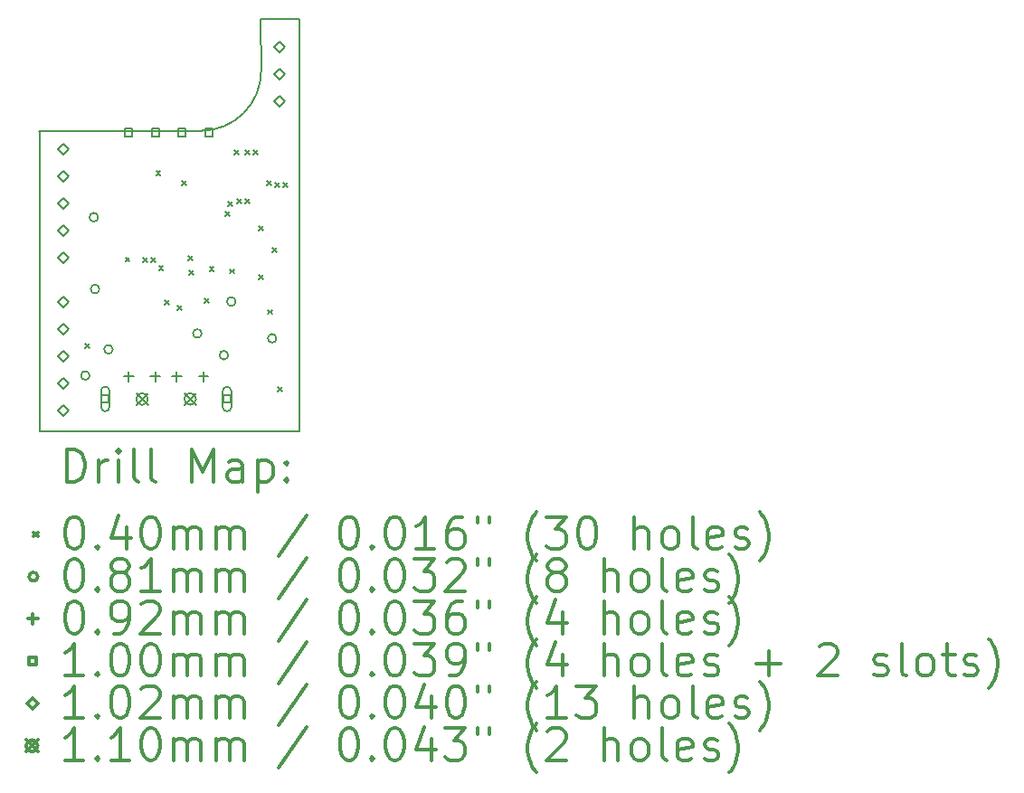
<source format=gbr>
%FSLAX45Y45*%
G04 Gerber Fmt 4.5, Leading zero omitted, Abs format (unit mm)*
G04 Created by KiCad (PCBNEW 4.0.7) date Friday, 11 May 2018 'PMt' 16:59:52*
%MOMM*%
%LPD*%
G01*
G04 APERTURE LIST*
%ADD10C,0.127000*%
%ADD11C,0.150000*%
%ADD12C,0.200000*%
%ADD13C,0.300000*%
G04 APERTURE END LIST*
D10*
D11*
X6123940Y-3761740D02*
G75*
G03X6682740Y-3202940I0J558800D01*
G01*
X4609000Y-6574000D02*
X4609000Y-3769000D01*
X7039000Y-6574000D02*
X4609000Y-6574000D01*
X7039000Y-2719000D02*
X7039000Y-6574000D01*
X6679000Y-2719000D02*
X7039000Y-2719000D01*
X6682740Y-3202940D02*
X6679000Y-2719000D01*
X4599940Y-3761740D02*
X6123940Y-3761740D01*
D12*
X5039000Y-5759000D02*
X5079000Y-5799000D01*
X5079000Y-5759000D02*
X5039000Y-5799000D01*
X5414000Y-4949000D02*
X5454000Y-4989000D01*
X5454000Y-4949000D02*
X5414000Y-4989000D01*
X5579000Y-4950754D02*
X5619000Y-4990754D01*
X5619000Y-4950754D02*
X5579000Y-4990754D01*
X5654000Y-4950754D02*
X5694000Y-4990754D01*
X5694000Y-4950754D02*
X5654000Y-4990754D01*
X5700315Y-4136914D02*
X5740315Y-4176914D01*
X5740315Y-4136914D02*
X5700315Y-4176914D01*
X5725550Y-5028067D02*
X5765550Y-5068067D01*
X5765550Y-5028067D02*
X5725550Y-5068067D01*
X5779428Y-5348107D02*
X5819428Y-5388107D01*
X5819428Y-5348107D02*
X5779428Y-5388107D01*
X5898933Y-5403933D02*
X5938933Y-5443933D01*
X5938933Y-5403933D02*
X5898933Y-5443933D01*
X5944861Y-4230394D02*
X5984861Y-4270394D01*
X5984861Y-4230394D02*
X5944861Y-4270394D01*
X5999000Y-4934000D02*
X6039000Y-4974000D01*
X6039000Y-4934000D02*
X5999000Y-4974000D01*
X6009868Y-5069481D02*
X6049868Y-5109481D01*
X6049868Y-5069481D02*
X6009868Y-5109481D01*
X6151000Y-5335000D02*
X6191000Y-5375000D01*
X6191000Y-5335000D02*
X6151000Y-5375000D01*
X6199267Y-5035000D02*
X6239267Y-5075000D01*
X6239267Y-5035000D02*
X6199267Y-5075000D01*
X6348867Y-4520067D02*
X6388867Y-4560067D01*
X6388867Y-4520067D02*
X6348867Y-4560067D01*
X6374200Y-4425000D02*
X6414200Y-4465000D01*
X6414200Y-4425000D02*
X6374200Y-4465000D01*
X6389000Y-5057700D02*
X6429000Y-5097700D01*
X6429000Y-5057700D02*
X6389000Y-5097700D01*
X6434140Y-3944940D02*
X6474140Y-3984940D01*
X6474140Y-3944940D02*
X6434140Y-3984940D01*
X6457000Y-4402140D02*
X6497000Y-4442140D01*
X6497000Y-4402140D02*
X6457000Y-4442140D01*
X6533200Y-3944940D02*
X6573200Y-3984940D01*
X6573200Y-3944940D02*
X6533200Y-3984940D01*
X6535740Y-4402140D02*
X6575740Y-4442140D01*
X6575740Y-4402140D02*
X6535740Y-4442140D01*
X6609400Y-3944940D02*
X6649400Y-3984940D01*
X6649400Y-3944940D02*
X6609400Y-3984940D01*
X6659000Y-5114000D02*
X6699000Y-5154000D01*
X6699000Y-5114000D02*
X6659000Y-5154000D01*
X6662740Y-4656140D02*
X6702740Y-4696140D01*
X6702740Y-4656140D02*
X6662740Y-4696140D01*
X6736400Y-4235200D02*
X6776400Y-4275200D01*
X6776400Y-4235200D02*
X6736400Y-4275200D01*
X6745000Y-5440000D02*
X6785000Y-5480000D01*
X6785000Y-5440000D02*
X6745000Y-5480000D01*
X6789740Y-4859340D02*
X6829740Y-4899340D01*
X6829740Y-4859340D02*
X6789740Y-4899340D01*
X6815140Y-4249740D02*
X6855140Y-4289740D01*
X6855140Y-4249740D02*
X6815140Y-4289740D01*
X6815140Y-4249740D02*
X6855140Y-4289740D01*
X6855140Y-4249740D02*
X6815140Y-4289740D01*
X6839000Y-6164000D02*
X6879000Y-6204000D01*
X6879000Y-6164000D02*
X6839000Y-6204000D01*
X6891340Y-4249740D02*
X6931340Y-4289740D01*
X6931340Y-4249740D02*
X6891340Y-4289740D01*
X5077840Y-6053806D02*
G75*
G03X5077840Y-6053806I-40640J0D01*
G01*
X5157545Y-4572049D02*
G75*
G03X5157545Y-4572049I-40640J0D01*
G01*
X5169209Y-5244569D02*
G75*
G03X5169209Y-5244569I-40640J0D01*
G01*
X5294640Y-5809000D02*
G75*
G03X5294640Y-5809000I-40640J0D01*
G01*
X6126323Y-5660543D02*
G75*
G03X6126323Y-5660543I-40640J0D01*
G01*
X6375157Y-5863418D02*
G75*
G03X6375157Y-5863418I-40640J0D01*
G01*
X6443980Y-5361940D02*
G75*
G03X6443980Y-5361940I-40640J0D01*
G01*
X6826555Y-5705915D02*
G75*
G03X6826555Y-5705915I-40640J0D01*
G01*
X5444000Y-6018000D02*
X5444000Y-6110000D01*
X5398000Y-6064000D02*
X5490000Y-6064000D01*
X5694000Y-6018000D02*
X5694000Y-6110000D01*
X5648000Y-6064000D02*
X5740000Y-6064000D01*
X5894000Y-6018000D02*
X5894000Y-6110000D01*
X5848000Y-6064000D02*
X5940000Y-6064000D01*
X6144000Y-6018000D02*
X6144000Y-6110000D01*
X6098000Y-6064000D02*
X6190000Y-6064000D01*
X5259356Y-6309356D02*
X5259356Y-6238644D01*
X5188644Y-6238644D01*
X5188644Y-6309356D01*
X5259356Y-6309356D01*
X5184000Y-6199000D02*
X5184000Y-6349000D01*
X5264000Y-6199000D02*
X5264000Y-6349000D01*
X5184000Y-6349000D02*
G75*
G03X5264000Y-6349000I40000J0D01*
G01*
X5264000Y-6199000D02*
G75*
G03X5184000Y-6199000I-40000J0D01*
G01*
X5478356Y-3814356D02*
X5478356Y-3743644D01*
X5407644Y-3743644D01*
X5407644Y-3814356D01*
X5478356Y-3814356D01*
X5728356Y-3814356D02*
X5728356Y-3743644D01*
X5657644Y-3743644D01*
X5657644Y-3814356D01*
X5728356Y-3814356D01*
X5978356Y-3814356D02*
X5978356Y-3743644D01*
X5907644Y-3743644D01*
X5907644Y-3814356D01*
X5978356Y-3814356D01*
X6228356Y-3814356D02*
X6228356Y-3743644D01*
X6157644Y-3743644D01*
X6157644Y-3814356D01*
X6228356Y-3814356D01*
X6399356Y-6309356D02*
X6399356Y-6238644D01*
X6328644Y-6238644D01*
X6328644Y-6309356D01*
X6399356Y-6309356D01*
X6324000Y-6199000D02*
X6324000Y-6349000D01*
X6404000Y-6199000D02*
X6404000Y-6349000D01*
X6324000Y-6349000D02*
G75*
G03X6404000Y-6349000I40000J0D01*
G01*
X6404000Y-6199000D02*
G75*
G03X6324000Y-6199000I-40000J0D01*
G01*
X4834000Y-3984800D02*
X4884800Y-3934000D01*
X4834000Y-3883200D01*
X4783200Y-3934000D01*
X4834000Y-3984800D01*
X4834000Y-4238800D02*
X4884800Y-4188000D01*
X4834000Y-4137200D01*
X4783200Y-4188000D01*
X4834000Y-4238800D01*
X4834000Y-4492800D02*
X4884800Y-4442000D01*
X4834000Y-4391200D01*
X4783200Y-4442000D01*
X4834000Y-4492800D01*
X4834000Y-4746800D02*
X4884800Y-4696000D01*
X4834000Y-4645200D01*
X4783200Y-4696000D01*
X4834000Y-4746800D01*
X4834000Y-5000800D02*
X4884800Y-4950000D01*
X4834000Y-4899200D01*
X4783200Y-4950000D01*
X4834000Y-5000800D01*
X4834000Y-5413800D02*
X4884800Y-5363000D01*
X4834000Y-5312200D01*
X4783200Y-5363000D01*
X4834000Y-5413800D01*
X4834000Y-5667800D02*
X4884800Y-5617000D01*
X4834000Y-5566200D01*
X4783200Y-5617000D01*
X4834000Y-5667800D01*
X4834000Y-5921800D02*
X4884800Y-5871000D01*
X4834000Y-5820200D01*
X4783200Y-5871000D01*
X4834000Y-5921800D01*
X4834000Y-6175800D02*
X4884800Y-6125000D01*
X4834000Y-6074200D01*
X4783200Y-6125000D01*
X4834000Y-6175800D01*
X4834000Y-6429800D02*
X4884800Y-6379000D01*
X4834000Y-6328200D01*
X4783200Y-6379000D01*
X4834000Y-6429800D01*
X6855000Y-3032800D02*
X6905800Y-2982000D01*
X6855000Y-2931200D01*
X6804200Y-2982000D01*
X6855000Y-3032800D01*
X6855000Y-3286800D02*
X6905800Y-3236000D01*
X6855000Y-3185200D01*
X6804200Y-3236000D01*
X6855000Y-3286800D01*
X6855000Y-3540800D02*
X6905800Y-3490000D01*
X6855000Y-3439200D01*
X6804200Y-3490000D01*
X6855000Y-3540800D01*
X5514000Y-6219000D02*
X5624000Y-6329000D01*
X5624000Y-6219000D02*
X5514000Y-6329000D01*
X5624000Y-6274000D02*
G75*
G03X5624000Y-6274000I-55000J0D01*
G01*
X5964000Y-6219000D02*
X6074000Y-6329000D01*
X6074000Y-6219000D02*
X5964000Y-6329000D01*
X6074000Y-6274000D02*
G75*
G03X6074000Y-6274000I-55000J0D01*
G01*
D13*
X4863869Y-7047214D02*
X4863869Y-6747214D01*
X4935297Y-6747214D01*
X4978154Y-6761500D01*
X5006726Y-6790071D01*
X5021011Y-6818643D01*
X5035297Y-6875786D01*
X5035297Y-6918643D01*
X5021011Y-6975786D01*
X5006726Y-7004357D01*
X4978154Y-7032929D01*
X4935297Y-7047214D01*
X4863869Y-7047214D01*
X5163869Y-7047214D02*
X5163869Y-6847214D01*
X5163869Y-6904357D02*
X5178154Y-6875786D01*
X5192440Y-6861500D01*
X5221011Y-6847214D01*
X5249583Y-6847214D01*
X5349583Y-7047214D02*
X5349583Y-6847214D01*
X5349583Y-6747214D02*
X5335297Y-6761500D01*
X5349583Y-6775786D01*
X5363869Y-6761500D01*
X5349583Y-6747214D01*
X5349583Y-6775786D01*
X5535297Y-7047214D02*
X5506726Y-7032929D01*
X5492440Y-7004357D01*
X5492440Y-6747214D01*
X5692440Y-7047214D02*
X5663868Y-7032929D01*
X5649583Y-7004357D01*
X5649583Y-6747214D01*
X6035297Y-7047214D02*
X6035297Y-6747214D01*
X6135297Y-6961500D01*
X6235297Y-6747214D01*
X6235297Y-7047214D01*
X6506726Y-7047214D02*
X6506726Y-6890071D01*
X6492440Y-6861500D01*
X6463868Y-6847214D01*
X6406726Y-6847214D01*
X6378154Y-6861500D01*
X6506726Y-7032929D02*
X6478154Y-7047214D01*
X6406726Y-7047214D01*
X6378154Y-7032929D01*
X6363868Y-7004357D01*
X6363868Y-6975786D01*
X6378154Y-6947214D01*
X6406726Y-6932929D01*
X6478154Y-6932929D01*
X6506726Y-6918643D01*
X6649583Y-6847214D02*
X6649583Y-7147214D01*
X6649583Y-6861500D02*
X6678154Y-6847214D01*
X6735297Y-6847214D01*
X6763868Y-6861500D01*
X6778154Y-6875786D01*
X6792440Y-6904357D01*
X6792440Y-6990071D01*
X6778154Y-7018643D01*
X6763868Y-7032929D01*
X6735297Y-7047214D01*
X6678154Y-7047214D01*
X6649583Y-7032929D01*
X6921011Y-7018643D02*
X6935297Y-7032929D01*
X6921011Y-7047214D01*
X6906726Y-7032929D01*
X6921011Y-7018643D01*
X6921011Y-7047214D01*
X6921011Y-6861500D02*
X6935297Y-6875786D01*
X6921011Y-6890071D01*
X6906726Y-6875786D01*
X6921011Y-6861500D01*
X6921011Y-6890071D01*
X4552440Y-7521500D02*
X4592440Y-7561500D01*
X4592440Y-7521500D02*
X4552440Y-7561500D01*
X4921011Y-7377214D02*
X4949583Y-7377214D01*
X4978154Y-7391500D01*
X4992440Y-7405786D01*
X5006726Y-7434357D01*
X5021011Y-7491500D01*
X5021011Y-7562929D01*
X5006726Y-7620071D01*
X4992440Y-7648643D01*
X4978154Y-7662929D01*
X4949583Y-7677214D01*
X4921011Y-7677214D01*
X4892440Y-7662929D01*
X4878154Y-7648643D01*
X4863869Y-7620071D01*
X4849583Y-7562929D01*
X4849583Y-7491500D01*
X4863869Y-7434357D01*
X4878154Y-7405786D01*
X4892440Y-7391500D01*
X4921011Y-7377214D01*
X5149583Y-7648643D02*
X5163869Y-7662929D01*
X5149583Y-7677214D01*
X5135297Y-7662929D01*
X5149583Y-7648643D01*
X5149583Y-7677214D01*
X5421011Y-7477214D02*
X5421011Y-7677214D01*
X5349583Y-7362929D02*
X5278154Y-7577214D01*
X5463868Y-7577214D01*
X5635297Y-7377214D02*
X5663868Y-7377214D01*
X5692440Y-7391500D01*
X5706726Y-7405786D01*
X5721011Y-7434357D01*
X5735297Y-7491500D01*
X5735297Y-7562929D01*
X5721011Y-7620071D01*
X5706726Y-7648643D01*
X5692440Y-7662929D01*
X5663868Y-7677214D01*
X5635297Y-7677214D01*
X5606726Y-7662929D01*
X5592440Y-7648643D01*
X5578154Y-7620071D01*
X5563869Y-7562929D01*
X5563869Y-7491500D01*
X5578154Y-7434357D01*
X5592440Y-7405786D01*
X5606726Y-7391500D01*
X5635297Y-7377214D01*
X5863868Y-7677214D02*
X5863868Y-7477214D01*
X5863868Y-7505786D02*
X5878154Y-7491500D01*
X5906726Y-7477214D01*
X5949583Y-7477214D01*
X5978154Y-7491500D01*
X5992440Y-7520071D01*
X5992440Y-7677214D01*
X5992440Y-7520071D02*
X6006726Y-7491500D01*
X6035297Y-7477214D01*
X6078154Y-7477214D01*
X6106726Y-7491500D01*
X6121011Y-7520071D01*
X6121011Y-7677214D01*
X6263868Y-7677214D02*
X6263868Y-7477214D01*
X6263868Y-7505786D02*
X6278154Y-7491500D01*
X6306726Y-7477214D01*
X6349583Y-7477214D01*
X6378154Y-7491500D01*
X6392440Y-7520071D01*
X6392440Y-7677214D01*
X6392440Y-7520071D02*
X6406726Y-7491500D01*
X6435297Y-7477214D01*
X6478154Y-7477214D01*
X6506726Y-7491500D01*
X6521011Y-7520071D01*
X6521011Y-7677214D01*
X7106726Y-7362929D02*
X6849583Y-7748643D01*
X7492440Y-7377214D02*
X7521011Y-7377214D01*
X7549583Y-7391500D01*
X7563868Y-7405786D01*
X7578154Y-7434357D01*
X7592440Y-7491500D01*
X7592440Y-7562929D01*
X7578154Y-7620071D01*
X7563868Y-7648643D01*
X7549583Y-7662929D01*
X7521011Y-7677214D01*
X7492440Y-7677214D01*
X7463868Y-7662929D01*
X7449583Y-7648643D01*
X7435297Y-7620071D01*
X7421011Y-7562929D01*
X7421011Y-7491500D01*
X7435297Y-7434357D01*
X7449583Y-7405786D01*
X7463868Y-7391500D01*
X7492440Y-7377214D01*
X7721011Y-7648643D02*
X7735297Y-7662929D01*
X7721011Y-7677214D01*
X7706726Y-7662929D01*
X7721011Y-7648643D01*
X7721011Y-7677214D01*
X7921011Y-7377214D02*
X7949583Y-7377214D01*
X7978154Y-7391500D01*
X7992440Y-7405786D01*
X8006725Y-7434357D01*
X8021011Y-7491500D01*
X8021011Y-7562929D01*
X8006725Y-7620071D01*
X7992440Y-7648643D01*
X7978154Y-7662929D01*
X7949583Y-7677214D01*
X7921011Y-7677214D01*
X7892440Y-7662929D01*
X7878154Y-7648643D01*
X7863868Y-7620071D01*
X7849583Y-7562929D01*
X7849583Y-7491500D01*
X7863868Y-7434357D01*
X7878154Y-7405786D01*
X7892440Y-7391500D01*
X7921011Y-7377214D01*
X8306725Y-7677214D02*
X8135297Y-7677214D01*
X8221011Y-7677214D02*
X8221011Y-7377214D01*
X8192440Y-7420071D01*
X8163868Y-7448643D01*
X8135297Y-7462929D01*
X8563868Y-7377214D02*
X8506726Y-7377214D01*
X8478154Y-7391500D01*
X8463868Y-7405786D01*
X8435297Y-7448643D01*
X8421011Y-7505786D01*
X8421011Y-7620071D01*
X8435297Y-7648643D01*
X8449583Y-7662929D01*
X8478154Y-7677214D01*
X8535297Y-7677214D01*
X8563868Y-7662929D01*
X8578154Y-7648643D01*
X8592440Y-7620071D01*
X8592440Y-7548643D01*
X8578154Y-7520071D01*
X8563868Y-7505786D01*
X8535297Y-7491500D01*
X8478154Y-7491500D01*
X8449583Y-7505786D01*
X8435297Y-7520071D01*
X8421011Y-7548643D01*
X8706726Y-7377214D02*
X8706726Y-7434357D01*
X8821011Y-7377214D02*
X8821011Y-7434357D01*
X9263868Y-7791500D02*
X9249583Y-7777214D01*
X9221011Y-7734357D01*
X9206726Y-7705786D01*
X9192440Y-7662929D01*
X9178154Y-7591500D01*
X9178154Y-7534357D01*
X9192440Y-7462929D01*
X9206726Y-7420071D01*
X9221011Y-7391500D01*
X9249583Y-7348643D01*
X9263868Y-7334357D01*
X9349583Y-7377214D02*
X9535297Y-7377214D01*
X9435297Y-7491500D01*
X9478154Y-7491500D01*
X9506726Y-7505786D01*
X9521011Y-7520071D01*
X9535297Y-7548643D01*
X9535297Y-7620071D01*
X9521011Y-7648643D01*
X9506726Y-7662929D01*
X9478154Y-7677214D01*
X9392440Y-7677214D01*
X9363868Y-7662929D01*
X9349583Y-7648643D01*
X9721011Y-7377214D02*
X9749583Y-7377214D01*
X9778154Y-7391500D01*
X9792440Y-7405786D01*
X9806726Y-7434357D01*
X9821011Y-7491500D01*
X9821011Y-7562929D01*
X9806726Y-7620071D01*
X9792440Y-7648643D01*
X9778154Y-7662929D01*
X9749583Y-7677214D01*
X9721011Y-7677214D01*
X9692440Y-7662929D01*
X9678154Y-7648643D01*
X9663868Y-7620071D01*
X9649583Y-7562929D01*
X9649583Y-7491500D01*
X9663868Y-7434357D01*
X9678154Y-7405786D01*
X9692440Y-7391500D01*
X9721011Y-7377214D01*
X10178154Y-7677214D02*
X10178154Y-7377214D01*
X10306726Y-7677214D02*
X10306726Y-7520071D01*
X10292440Y-7491500D01*
X10263868Y-7477214D01*
X10221011Y-7477214D01*
X10192440Y-7491500D01*
X10178154Y-7505786D01*
X10492440Y-7677214D02*
X10463868Y-7662929D01*
X10449583Y-7648643D01*
X10435297Y-7620071D01*
X10435297Y-7534357D01*
X10449583Y-7505786D01*
X10463868Y-7491500D01*
X10492440Y-7477214D01*
X10535297Y-7477214D01*
X10563868Y-7491500D01*
X10578154Y-7505786D01*
X10592440Y-7534357D01*
X10592440Y-7620071D01*
X10578154Y-7648643D01*
X10563868Y-7662929D01*
X10535297Y-7677214D01*
X10492440Y-7677214D01*
X10763868Y-7677214D02*
X10735297Y-7662929D01*
X10721011Y-7634357D01*
X10721011Y-7377214D01*
X10992440Y-7662929D02*
X10963869Y-7677214D01*
X10906726Y-7677214D01*
X10878154Y-7662929D01*
X10863869Y-7634357D01*
X10863869Y-7520071D01*
X10878154Y-7491500D01*
X10906726Y-7477214D01*
X10963869Y-7477214D01*
X10992440Y-7491500D01*
X11006726Y-7520071D01*
X11006726Y-7548643D01*
X10863869Y-7577214D01*
X11121011Y-7662929D02*
X11149583Y-7677214D01*
X11206726Y-7677214D01*
X11235297Y-7662929D01*
X11249583Y-7634357D01*
X11249583Y-7620071D01*
X11235297Y-7591500D01*
X11206726Y-7577214D01*
X11163869Y-7577214D01*
X11135297Y-7562929D01*
X11121011Y-7534357D01*
X11121011Y-7520071D01*
X11135297Y-7491500D01*
X11163869Y-7477214D01*
X11206726Y-7477214D01*
X11235297Y-7491500D01*
X11349583Y-7791500D02*
X11363868Y-7777214D01*
X11392440Y-7734357D01*
X11406726Y-7705786D01*
X11421011Y-7662929D01*
X11435297Y-7591500D01*
X11435297Y-7534357D01*
X11421011Y-7462929D01*
X11406726Y-7420071D01*
X11392440Y-7391500D01*
X11363868Y-7348643D01*
X11349583Y-7334357D01*
X4592440Y-7937500D02*
G75*
G03X4592440Y-7937500I-40640J0D01*
G01*
X4921011Y-7773214D02*
X4949583Y-7773214D01*
X4978154Y-7787500D01*
X4992440Y-7801786D01*
X5006726Y-7830357D01*
X5021011Y-7887500D01*
X5021011Y-7958929D01*
X5006726Y-8016071D01*
X4992440Y-8044643D01*
X4978154Y-8058929D01*
X4949583Y-8073214D01*
X4921011Y-8073214D01*
X4892440Y-8058929D01*
X4878154Y-8044643D01*
X4863869Y-8016071D01*
X4849583Y-7958929D01*
X4849583Y-7887500D01*
X4863869Y-7830357D01*
X4878154Y-7801786D01*
X4892440Y-7787500D01*
X4921011Y-7773214D01*
X5149583Y-8044643D02*
X5163869Y-8058929D01*
X5149583Y-8073214D01*
X5135297Y-8058929D01*
X5149583Y-8044643D01*
X5149583Y-8073214D01*
X5335297Y-7901786D02*
X5306726Y-7887500D01*
X5292440Y-7873214D01*
X5278154Y-7844643D01*
X5278154Y-7830357D01*
X5292440Y-7801786D01*
X5306726Y-7787500D01*
X5335297Y-7773214D01*
X5392440Y-7773214D01*
X5421011Y-7787500D01*
X5435297Y-7801786D01*
X5449583Y-7830357D01*
X5449583Y-7844643D01*
X5435297Y-7873214D01*
X5421011Y-7887500D01*
X5392440Y-7901786D01*
X5335297Y-7901786D01*
X5306726Y-7916071D01*
X5292440Y-7930357D01*
X5278154Y-7958929D01*
X5278154Y-8016071D01*
X5292440Y-8044643D01*
X5306726Y-8058929D01*
X5335297Y-8073214D01*
X5392440Y-8073214D01*
X5421011Y-8058929D01*
X5435297Y-8044643D01*
X5449583Y-8016071D01*
X5449583Y-7958929D01*
X5435297Y-7930357D01*
X5421011Y-7916071D01*
X5392440Y-7901786D01*
X5735297Y-8073214D02*
X5563869Y-8073214D01*
X5649583Y-8073214D02*
X5649583Y-7773214D01*
X5621011Y-7816071D01*
X5592440Y-7844643D01*
X5563869Y-7858929D01*
X5863868Y-8073214D02*
X5863868Y-7873214D01*
X5863868Y-7901786D02*
X5878154Y-7887500D01*
X5906726Y-7873214D01*
X5949583Y-7873214D01*
X5978154Y-7887500D01*
X5992440Y-7916071D01*
X5992440Y-8073214D01*
X5992440Y-7916071D02*
X6006726Y-7887500D01*
X6035297Y-7873214D01*
X6078154Y-7873214D01*
X6106726Y-7887500D01*
X6121011Y-7916071D01*
X6121011Y-8073214D01*
X6263868Y-8073214D02*
X6263868Y-7873214D01*
X6263868Y-7901786D02*
X6278154Y-7887500D01*
X6306726Y-7873214D01*
X6349583Y-7873214D01*
X6378154Y-7887500D01*
X6392440Y-7916071D01*
X6392440Y-8073214D01*
X6392440Y-7916071D02*
X6406726Y-7887500D01*
X6435297Y-7873214D01*
X6478154Y-7873214D01*
X6506726Y-7887500D01*
X6521011Y-7916071D01*
X6521011Y-8073214D01*
X7106726Y-7758929D02*
X6849583Y-8144643D01*
X7492440Y-7773214D02*
X7521011Y-7773214D01*
X7549583Y-7787500D01*
X7563868Y-7801786D01*
X7578154Y-7830357D01*
X7592440Y-7887500D01*
X7592440Y-7958929D01*
X7578154Y-8016071D01*
X7563868Y-8044643D01*
X7549583Y-8058929D01*
X7521011Y-8073214D01*
X7492440Y-8073214D01*
X7463868Y-8058929D01*
X7449583Y-8044643D01*
X7435297Y-8016071D01*
X7421011Y-7958929D01*
X7421011Y-7887500D01*
X7435297Y-7830357D01*
X7449583Y-7801786D01*
X7463868Y-7787500D01*
X7492440Y-7773214D01*
X7721011Y-8044643D02*
X7735297Y-8058929D01*
X7721011Y-8073214D01*
X7706726Y-8058929D01*
X7721011Y-8044643D01*
X7721011Y-8073214D01*
X7921011Y-7773214D02*
X7949583Y-7773214D01*
X7978154Y-7787500D01*
X7992440Y-7801786D01*
X8006725Y-7830357D01*
X8021011Y-7887500D01*
X8021011Y-7958929D01*
X8006725Y-8016071D01*
X7992440Y-8044643D01*
X7978154Y-8058929D01*
X7949583Y-8073214D01*
X7921011Y-8073214D01*
X7892440Y-8058929D01*
X7878154Y-8044643D01*
X7863868Y-8016071D01*
X7849583Y-7958929D01*
X7849583Y-7887500D01*
X7863868Y-7830357D01*
X7878154Y-7801786D01*
X7892440Y-7787500D01*
X7921011Y-7773214D01*
X8121011Y-7773214D02*
X8306725Y-7773214D01*
X8206725Y-7887500D01*
X8249583Y-7887500D01*
X8278154Y-7901786D01*
X8292440Y-7916071D01*
X8306725Y-7944643D01*
X8306725Y-8016071D01*
X8292440Y-8044643D01*
X8278154Y-8058929D01*
X8249583Y-8073214D01*
X8163868Y-8073214D01*
X8135297Y-8058929D01*
X8121011Y-8044643D01*
X8421011Y-7801786D02*
X8435297Y-7787500D01*
X8463868Y-7773214D01*
X8535297Y-7773214D01*
X8563868Y-7787500D01*
X8578154Y-7801786D01*
X8592440Y-7830357D01*
X8592440Y-7858929D01*
X8578154Y-7901786D01*
X8406726Y-8073214D01*
X8592440Y-8073214D01*
X8706726Y-7773214D02*
X8706726Y-7830357D01*
X8821011Y-7773214D02*
X8821011Y-7830357D01*
X9263868Y-8187500D02*
X9249583Y-8173214D01*
X9221011Y-8130357D01*
X9206726Y-8101786D01*
X9192440Y-8058929D01*
X9178154Y-7987500D01*
X9178154Y-7930357D01*
X9192440Y-7858929D01*
X9206726Y-7816071D01*
X9221011Y-7787500D01*
X9249583Y-7744643D01*
X9263868Y-7730357D01*
X9421011Y-7901786D02*
X9392440Y-7887500D01*
X9378154Y-7873214D01*
X9363868Y-7844643D01*
X9363868Y-7830357D01*
X9378154Y-7801786D01*
X9392440Y-7787500D01*
X9421011Y-7773214D01*
X9478154Y-7773214D01*
X9506726Y-7787500D01*
X9521011Y-7801786D01*
X9535297Y-7830357D01*
X9535297Y-7844643D01*
X9521011Y-7873214D01*
X9506726Y-7887500D01*
X9478154Y-7901786D01*
X9421011Y-7901786D01*
X9392440Y-7916071D01*
X9378154Y-7930357D01*
X9363868Y-7958929D01*
X9363868Y-8016071D01*
X9378154Y-8044643D01*
X9392440Y-8058929D01*
X9421011Y-8073214D01*
X9478154Y-8073214D01*
X9506726Y-8058929D01*
X9521011Y-8044643D01*
X9535297Y-8016071D01*
X9535297Y-7958929D01*
X9521011Y-7930357D01*
X9506726Y-7916071D01*
X9478154Y-7901786D01*
X9892440Y-8073214D02*
X9892440Y-7773214D01*
X10021011Y-8073214D02*
X10021011Y-7916071D01*
X10006726Y-7887500D01*
X9978154Y-7873214D01*
X9935297Y-7873214D01*
X9906726Y-7887500D01*
X9892440Y-7901786D01*
X10206726Y-8073214D02*
X10178154Y-8058929D01*
X10163868Y-8044643D01*
X10149583Y-8016071D01*
X10149583Y-7930357D01*
X10163868Y-7901786D01*
X10178154Y-7887500D01*
X10206726Y-7873214D01*
X10249583Y-7873214D01*
X10278154Y-7887500D01*
X10292440Y-7901786D01*
X10306726Y-7930357D01*
X10306726Y-8016071D01*
X10292440Y-8044643D01*
X10278154Y-8058929D01*
X10249583Y-8073214D01*
X10206726Y-8073214D01*
X10478154Y-8073214D02*
X10449583Y-8058929D01*
X10435297Y-8030357D01*
X10435297Y-7773214D01*
X10706726Y-8058929D02*
X10678154Y-8073214D01*
X10621011Y-8073214D01*
X10592440Y-8058929D01*
X10578154Y-8030357D01*
X10578154Y-7916071D01*
X10592440Y-7887500D01*
X10621011Y-7873214D01*
X10678154Y-7873214D01*
X10706726Y-7887500D01*
X10721011Y-7916071D01*
X10721011Y-7944643D01*
X10578154Y-7973214D01*
X10835297Y-8058929D02*
X10863869Y-8073214D01*
X10921011Y-8073214D01*
X10949583Y-8058929D01*
X10963869Y-8030357D01*
X10963869Y-8016071D01*
X10949583Y-7987500D01*
X10921011Y-7973214D01*
X10878154Y-7973214D01*
X10849583Y-7958929D01*
X10835297Y-7930357D01*
X10835297Y-7916071D01*
X10849583Y-7887500D01*
X10878154Y-7873214D01*
X10921011Y-7873214D01*
X10949583Y-7887500D01*
X11063868Y-8187500D02*
X11078154Y-8173214D01*
X11106726Y-8130357D01*
X11121011Y-8101786D01*
X11135297Y-8058929D01*
X11149583Y-7987500D01*
X11149583Y-7930357D01*
X11135297Y-7858929D01*
X11121011Y-7816071D01*
X11106726Y-7787500D01*
X11078154Y-7744643D01*
X11063868Y-7730357D01*
X4546440Y-8287500D02*
X4546440Y-8379500D01*
X4500440Y-8333500D02*
X4592440Y-8333500D01*
X4921011Y-8169214D02*
X4949583Y-8169214D01*
X4978154Y-8183500D01*
X4992440Y-8197786D01*
X5006726Y-8226357D01*
X5021011Y-8283500D01*
X5021011Y-8354929D01*
X5006726Y-8412072D01*
X4992440Y-8440643D01*
X4978154Y-8454929D01*
X4949583Y-8469214D01*
X4921011Y-8469214D01*
X4892440Y-8454929D01*
X4878154Y-8440643D01*
X4863869Y-8412072D01*
X4849583Y-8354929D01*
X4849583Y-8283500D01*
X4863869Y-8226357D01*
X4878154Y-8197786D01*
X4892440Y-8183500D01*
X4921011Y-8169214D01*
X5149583Y-8440643D02*
X5163869Y-8454929D01*
X5149583Y-8469214D01*
X5135297Y-8454929D01*
X5149583Y-8440643D01*
X5149583Y-8469214D01*
X5306726Y-8469214D02*
X5363868Y-8469214D01*
X5392440Y-8454929D01*
X5406726Y-8440643D01*
X5435297Y-8397786D01*
X5449583Y-8340643D01*
X5449583Y-8226357D01*
X5435297Y-8197786D01*
X5421011Y-8183500D01*
X5392440Y-8169214D01*
X5335297Y-8169214D01*
X5306726Y-8183500D01*
X5292440Y-8197786D01*
X5278154Y-8226357D01*
X5278154Y-8297786D01*
X5292440Y-8326357D01*
X5306726Y-8340643D01*
X5335297Y-8354929D01*
X5392440Y-8354929D01*
X5421011Y-8340643D01*
X5435297Y-8326357D01*
X5449583Y-8297786D01*
X5563869Y-8197786D02*
X5578154Y-8183500D01*
X5606726Y-8169214D01*
X5678154Y-8169214D01*
X5706726Y-8183500D01*
X5721011Y-8197786D01*
X5735297Y-8226357D01*
X5735297Y-8254929D01*
X5721011Y-8297786D01*
X5549583Y-8469214D01*
X5735297Y-8469214D01*
X5863868Y-8469214D02*
X5863868Y-8269214D01*
X5863868Y-8297786D02*
X5878154Y-8283500D01*
X5906726Y-8269214D01*
X5949583Y-8269214D01*
X5978154Y-8283500D01*
X5992440Y-8312071D01*
X5992440Y-8469214D01*
X5992440Y-8312071D02*
X6006726Y-8283500D01*
X6035297Y-8269214D01*
X6078154Y-8269214D01*
X6106726Y-8283500D01*
X6121011Y-8312071D01*
X6121011Y-8469214D01*
X6263868Y-8469214D02*
X6263868Y-8269214D01*
X6263868Y-8297786D02*
X6278154Y-8283500D01*
X6306726Y-8269214D01*
X6349583Y-8269214D01*
X6378154Y-8283500D01*
X6392440Y-8312071D01*
X6392440Y-8469214D01*
X6392440Y-8312071D02*
X6406726Y-8283500D01*
X6435297Y-8269214D01*
X6478154Y-8269214D01*
X6506726Y-8283500D01*
X6521011Y-8312071D01*
X6521011Y-8469214D01*
X7106726Y-8154929D02*
X6849583Y-8540643D01*
X7492440Y-8169214D02*
X7521011Y-8169214D01*
X7549583Y-8183500D01*
X7563868Y-8197786D01*
X7578154Y-8226357D01*
X7592440Y-8283500D01*
X7592440Y-8354929D01*
X7578154Y-8412072D01*
X7563868Y-8440643D01*
X7549583Y-8454929D01*
X7521011Y-8469214D01*
X7492440Y-8469214D01*
X7463868Y-8454929D01*
X7449583Y-8440643D01*
X7435297Y-8412072D01*
X7421011Y-8354929D01*
X7421011Y-8283500D01*
X7435297Y-8226357D01*
X7449583Y-8197786D01*
X7463868Y-8183500D01*
X7492440Y-8169214D01*
X7721011Y-8440643D02*
X7735297Y-8454929D01*
X7721011Y-8469214D01*
X7706726Y-8454929D01*
X7721011Y-8440643D01*
X7721011Y-8469214D01*
X7921011Y-8169214D02*
X7949583Y-8169214D01*
X7978154Y-8183500D01*
X7992440Y-8197786D01*
X8006725Y-8226357D01*
X8021011Y-8283500D01*
X8021011Y-8354929D01*
X8006725Y-8412072D01*
X7992440Y-8440643D01*
X7978154Y-8454929D01*
X7949583Y-8469214D01*
X7921011Y-8469214D01*
X7892440Y-8454929D01*
X7878154Y-8440643D01*
X7863868Y-8412072D01*
X7849583Y-8354929D01*
X7849583Y-8283500D01*
X7863868Y-8226357D01*
X7878154Y-8197786D01*
X7892440Y-8183500D01*
X7921011Y-8169214D01*
X8121011Y-8169214D02*
X8306725Y-8169214D01*
X8206725Y-8283500D01*
X8249583Y-8283500D01*
X8278154Y-8297786D01*
X8292440Y-8312071D01*
X8306725Y-8340643D01*
X8306725Y-8412072D01*
X8292440Y-8440643D01*
X8278154Y-8454929D01*
X8249583Y-8469214D01*
X8163868Y-8469214D01*
X8135297Y-8454929D01*
X8121011Y-8440643D01*
X8563868Y-8169214D02*
X8506726Y-8169214D01*
X8478154Y-8183500D01*
X8463868Y-8197786D01*
X8435297Y-8240643D01*
X8421011Y-8297786D01*
X8421011Y-8412072D01*
X8435297Y-8440643D01*
X8449583Y-8454929D01*
X8478154Y-8469214D01*
X8535297Y-8469214D01*
X8563868Y-8454929D01*
X8578154Y-8440643D01*
X8592440Y-8412072D01*
X8592440Y-8340643D01*
X8578154Y-8312071D01*
X8563868Y-8297786D01*
X8535297Y-8283500D01*
X8478154Y-8283500D01*
X8449583Y-8297786D01*
X8435297Y-8312071D01*
X8421011Y-8340643D01*
X8706726Y-8169214D02*
X8706726Y-8226357D01*
X8821011Y-8169214D02*
X8821011Y-8226357D01*
X9263868Y-8583500D02*
X9249583Y-8569214D01*
X9221011Y-8526357D01*
X9206726Y-8497786D01*
X9192440Y-8454929D01*
X9178154Y-8383500D01*
X9178154Y-8326357D01*
X9192440Y-8254929D01*
X9206726Y-8212071D01*
X9221011Y-8183500D01*
X9249583Y-8140643D01*
X9263868Y-8126357D01*
X9506726Y-8269214D02*
X9506726Y-8469214D01*
X9435297Y-8154929D02*
X9363868Y-8369214D01*
X9549583Y-8369214D01*
X9892440Y-8469214D02*
X9892440Y-8169214D01*
X10021011Y-8469214D02*
X10021011Y-8312071D01*
X10006726Y-8283500D01*
X9978154Y-8269214D01*
X9935297Y-8269214D01*
X9906726Y-8283500D01*
X9892440Y-8297786D01*
X10206726Y-8469214D02*
X10178154Y-8454929D01*
X10163868Y-8440643D01*
X10149583Y-8412072D01*
X10149583Y-8326357D01*
X10163868Y-8297786D01*
X10178154Y-8283500D01*
X10206726Y-8269214D01*
X10249583Y-8269214D01*
X10278154Y-8283500D01*
X10292440Y-8297786D01*
X10306726Y-8326357D01*
X10306726Y-8412072D01*
X10292440Y-8440643D01*
X10278154Y-8454929D01*
X10249583Y-8469214D01*
X10206726Y-8469214D01*
X10478154Y-8469214D02*
X10449583Y-8454929D01*
X10435297Y-8426357D01*
X10435297Y-8169214D01*
X10706726Y-8454929D02*
X10678154Y-8469214D01*
X10621011Y-8469214D01*
X10592440Y-8454929D01*
X10578154Y-8426357D01*
X10578154Y-8312071D01*
X10592440Y-8283500D01*
X10621011Y-8269214D01*
X10678154Y-8269214D01*
X10706726Y-8283500D01*
X10721011Y-8312071D01*
X10721011Y-8340643D01*
X10578154Y-8369214D01*
X10835297Y-8454929D02*
X10863869Y-8469214D01*
X10921011Y-8469214D01*
X10949583Y-8454929D01*
X10963869Y-8426357D01*
X10963869Y-8412072D01*
X10949583Y-8383500D01*
X10921011Y-8369214D01*
X10878154Y-8369214D01*
X10849583Y-8354929D01*
X10835297Y-8326357D01*
X10835297Y-8312071D01*
X10849583Y-8283500D01*
X10878154Y-8269214D01*
X10921011Y-8269214D01*
X10949583Y-8283500D01*
X11063868Y-8583500D02*
X11078154Y-8569214D01*
X11106726Y-8526357D01*
X11121011Y-8497786D01*
X11135297Y-8454929D01*
X11149583Y-8383500D01*
X11149583Y-8326357D01*
X11135297Y-8254929D01*
X11121011Y-8212071D01*
X11106726Y-8183500D01*
X11078154Y-8140643D01*
X11063868Y-8126357D01*
X4577796Y-8764856D02*
X4577796Y-8694144D01*
X4507084Y-8694144D01*
X4507084Y-8764856D01*
X4577796Y-8764856D01*
X5021011Y-8865214D02*
X4849583Y-8865214D01*
X4935297Y-8865214D02*
X4935297Y-8565214D01*
X4906726Y-8608072D01*
X4878154Y-8636643D01*
X4849583Y-8650929D01*
X5149583Y-8836643D02*
X5163869Y-8850929D01*
X5149583Y-8865214D01*
X5135297Y-8850929D01*
X5149583Y-8836643D01*
X5149583Y-8865214D01*
X5349583Y-8565214D02*
X5378154Y-8565214D01*
X5406726Y-8579500D01*
X5421011Y-8593786D01*
X5435297Y-8622357D01*
X5449583Y-8679500D01*
X5449583Y-8750929D01*
X5435297Y-8808072D01*
X5421011Y-8836643D01*
X5406726Y-8850929D01*
X5378154Y-8865214D01*
X5349583Y-8865214D01*
X5321011Y-8850929D01*
X5306726Y-8836643D01*
X5292440Y-8808072D01*
X5278154Y-8750929D01*
X5278154Y-8679500D01*
X5292440Y-8622357D01*
X5306726Y-8593786D01*
X5321011Y-8579500D01*
X5349583Y-8565214D01*
X5635297Y-8565214D02*
X5663868Y-8565214D01*
X5692440Y-8579500D01*
X5706726Y-8593786D01*
X5721011Y-8622357D01*
X5735297Y-8679500D01*
X5735297Y-8750929D01*
X5721011Y-8808072D01*
X5706726Y-8836643D01*
X5692440Y-8850929D01*
X5663868Y-8865214D01*
X5635297Y-8865214D01*
X5606726Y-8850929D01*
X5592440Y-8836643D01*
X5578154Y-8808072D01*
X5563869Y-8750929D01*
X5563869Y-8679500D01*
X5578154Y-8622357D01*
X5592440Y-8593786D01*
X5606726Y-8579500D01*
X5635297Y-8565214D01*
X5863868Y-8865214D02*
X5863868Y-8665214D01*
X5863868Y-8693786D02*
X5878154Y-8679500D01*
X5906726Y-8665214D01*
X5949583Y-8665214D01*
X5978154Y-8679500D01*
X5992440Y-8708072D01*
X5992440Y-8865214D01*
X5992440Y-8708072D02*
X6006726Y-8679500D01*
X6035297Y-8665214D01*
X6078154Y-8665214D01*
X6106726Y-8679500D01*
X6121011Y-8708072D01*
X6121011Y-8865214D01*
X6263868Y-8865214D02*
X6263868Y-8665214D01*
X6263868Y-8693786D02*
X6278154Y-8679500D01*
X6306726Y-8665214D01*
X6349583Y-8665214D01*
X6378154Y-8679500D01*
X6392440Y-8708072D01*
X6392440Y-8865214D01*
X6392440Y-8708072D02*
X6406726Y-8679500D01*
X6435297Y-8665214D01*
X6478154Y-8665214D01*
X6506726Y-8679500D01*
X6521011Y-8708072D01*
X6521011Y-8865214D01*
X7106726Y-8550929D02*
X6849583Y-8936643D01*
X7492440Y-8565214D02*
X7521011Y-8565214D01*
X7549583Y-8579500D01*
X7563868Y-8593786D01*
X7578154Y-8622357D01*
X7592440Y-8679500D01*
X7592440Y-8750929D01*
X7578154Y-8808072D01*
X7563868Y-8836643D01*
X7549583Y-8850929D01*
X7521011Y-8865214D01*
X7492440Y-8865214D01*
X7463868Y-8850929D01*
X7449583Y-8836643D01*
X7435297Y-8808072D01*
X7421011Y-8750929D01*
X7421011Y-8679500D01*
X7435297Y-8622357D01*
X7449583Y-8593786D01*
X7463868Y-8579500D01*
X7492440Y-8565214D01*
X7721011Y-8836643D02*
X7735297Y-8850929D01*
X7721011Y-8865214D01*
X7706726Y-8850929D01*
X7721011Y-8836643D01*
X7721011Y-8865214D01*
X7921011Y-8565214D02*
X7949583Y-8565214D01*
X7978154Y-8579500D01*
X7992440Y-8593786D01*
X8006725Y-8622357D01*
X8021011Y-8679500D01*
X8021011Y-8750929D01*
X8006725Y-8808072D01*
X7992440Y-8836643D01*
X7978154Y-8850929D01*
X7949583Y-8865214D01*
X7921011Y-8865214D01*
X7892440Y-8850929D01*
X7878154Y-8836643D01*
X7863868Y-8808072D01*
X7849583Y-8750929D01*
X7849583Y-8679500D01*
X7863868Y-8622357D01*
X7878154Y-8593786D01*
X7892440Y-8579500D01*
X7921011Y-8565214D01*
X8121011Y-8565214D02*
X8306725Y-8565214D01*
X8206725Y-8679500D01*
X8249583Y-8679500D01*
X8278154Y-8693786D01*
X8292440Y-8708072D01*
X8306725Y-8736643D01*
X8306725Y-8808072D01*
X8292440Y-8836643D01*
X8278154Y-8850929D01*
X8249583Y-8865214D01*
X8163868Y-8865214D01*
X8135297Y-8850929D01*
X8121011Y-8836643D01*
X8449583Y-8865214D02*
X8506726Y-8865214D01*
X8535297Y-8850929D01*
X8549583Y-8836643D01*
X8578154Y-8793786D01*
X8592440Y-8736643D01*
X8592440Y-8622357D01*
X8578154Y-8593786D01*
X8563868Y-8579500D01*
X8535297Y-8565214D01*
X8478154Y-8565214D01*
X8449583Y-8579500D01*
X8435297Y-8593786D01*
X8421011Y-8622357D01*
X8421011Y-8693786D01*
X8435297Y-8722357D01*
X8449583Y-8736643D01*
X8478154Y-8750929D01*
X8535297Y-8750929D01*
X8563868Y-8736643D01*
X8578154Y-8722357D01*
X8592440Y-8693786D01*
X8706726Y-8565214D02*
X8706726Y-8622357D01*
X8821011Y-8565214D02*
X8821011Y-8622357D01*
X9263868Y-8979500D02*
X9249583Y-8965214D01*
X9221011Y-8922357D01*
X9206726Y-8893786D01*
X9192440Y-8850929D01*
X9178154Y-8779500D01*
X9178154Y-8722357D01*
X9192440Y-8650929D01*
X9206726Y-8608072D01*
X9221011Y-8579500D01*
X9249583Y-8536643D01*
X9263868Y-8522357D01*
X9506726Y-8665214D02*
X9506726Y-8865214D01*
X9435297Y-8550929D02*
X9363868Y-8765214D01*
X9549583Y-8765214D01*
X9892440Y-8865214D02*
X9892440Y-8565214D01*
X10021011Y-8865214D02*
X10021011Y-8708072D01*
X10006726Y-8679500D01*
X9978154Y-8665214D01*
X9935297Y-8665214D01*
X9906726Y-8679500D01*
X9892440Y-8693786D01*
X10206726Y-8865214D02*
X10178154Y-8850929D01*
X10163868Y-8836643D01*
X10149583Y-8808072D01*
X10149583Y-8722357D01*
X10163868Y-8693786D01*
X10178154Y-8679500D01*
X10206726Y-8665214D01*
X10249583Y-8665214D01*
X10278154Y-8679500D01*
X10292440Y-8693786D01*
X10306726Y-8722357D01*
X10306726Y-8808072D01*
X10292440Y-8836643D01*
X10278154Y-8850929D01*
X10249583Y-8865214D01*
X10206726Y-8865214D01*
X10478154Y-8865214D02*
X10449583Y-8850929D01*
X10435297Y-8822357D01*
X10435297Y-8565214D01*
X10706726Y-8850929D02*
X10678154Y-8865214D01*
X10621011Y-8865214D01*
X10592440Y-8850929D01*
X10578154Y-8822357D01*
X10578154Y-8708072D01*
X10592440Y-8679500D01*
X10621011Y-8665214D01*
X10678154Y-8665214D01*
X10706726Y-8679500D01*
X10721011Y-8708072D01*
X10721011Y-8736643D01*
X10578154Y-8765214D01*
X10835297Y-8850929D02*
X10863869Y-8865214D01*
X10921011Y-8865214D01*
X10949583Y-8850929D01*
X10963869Y-8822357D01*
X10963869Y-8808072D01*
X10949583Y-8779500D01*
X10921011Y-8765214D01*
X10878154Y-8765214D01*
X10849583Y-8750929D01*
X10835297Y-8722357D01*
X10835297Y-8708072D01*
X10849583Y-8679500D01*
X10878154Y-8665214D01*
X10921011Y-8665214D01*
X10949583Y-8679500D01*
X11321011Y-8750929D02*
X11549583Y-8750929D01*
X11435297Y-8865214D02*
X11435297Y-8636643D01*
X11906726Y-8593786D02*
X11921011Y-8579500D01*
X11949583Y-8565214D01*
X12021011Y-8565214D01*
X12049583Y-8579500D01*
X12063868Y-8593786D01*
X12078154Y-8622357D01*
X12078154Y-8650929D01*
X12063868Y-8693786D01*
X11892440Y-8865214D01*
X12078154Y-8865214D01*
X12421011Y-8850929D02*
X12449583Y-8865214D01*
X12506725Y-8865214D01*
X12535297Y-8850929D01*
X12549583Y-8822357D01*
X12549583Y-8808072D01*
X12535297Y-8779500D01*
X12506725Y-8765214D01*
X12463868Y-8765214D01*
X12435297Y-8750929D01*
X12421011Y-8722357D01*
X12421011Y-8708072D01*
X12435297Y-8679500D01*
X12463868Y-8665214D01*
X12506725Y-8665214D01*
X12535297Y-8679500D01*
X12721011Y-8865214D02*
X12692440Y-8850929D01*
X12678154Y-8822357D01*
X12678154Y-8565214D01*
X12878154Y-8865214D02*
X12849583Y-8850929D01*
X12835297Y-8836643D01*
X12821011Y-8808072D01*
X12821011Y-8722357D01*
X12835297Y-8693786D01*
X12849583Y-8679500D01*
X12878154Y-8665214D01*
X12921011Y-8665214D01*
X12949583Y-8679500D01*
X12963868Y-8693786D01*
X12978154Y-8722357D01*
X12978154Y-8808072D01*
X12963868Y-8836643D01*
X12949583Y-8850929D01*
X12921011Y-8865214D01*
X12878154Y-8865214D01*
X13063868Y-8665214D02*
X13178154Y-8665214D01*
X13106726Y-8565214D02*
X13106726Y-8822357D01*
X13121011Y-8850929D01*
X13149583Y-8865214D01*
X13178154Y-8865214D01*
X13263868Y-8850929D02*
X13292440Y-8865214D01*
X13349583Y-8865214D01*
X13378154Y-8850929D01*
X13392440Y-8822357D01*
X13392440Y-8808072D01*
X13378154Y-8779500D01*
X13349583Y-8765214D01*
X13306726Y-8765214D01*
X13278154Y-8750929D01*
X13263868Y-8722357D01*
X13263868Y-8708072D01*
X13278154Y-8679500D01*
X13306726Y-8665214D01*
X13349583Y-8665214D01*
X13378154Y-8679500D01*
X13492440Y-8979500D02*
X13506726Y-8965214D01*
X13535297Y-8922357D01*
X13549583Y-8893786D01*
X13563868Y-8850929D01*
X13578154Y-8779500D01*
X13578154Y-8722357D01*
X13563868Y-8650929D01*
X13549583Y-8608072D01*
X13535297Y-8579500D01*
X13506726Y-8536643D01*
X13492440Y-8522357D01*
X4541640Y-9176300D02*
X4592440Y-9125500D01*
X4541640Y-9074700D01*
X4490840Y-9125500D01*
X4541640Y-9176300D01*
X5021011Y-9261214D02*
X4849583Y-9261214D01*
X4935297Y-9261214D02*
X4935297Y-8961214D01*
X4906726Y-9004072D01*
X4878154Y-9032643D01*
X4849583Y-9046929D01*
X5149583Y-9232643D02*
X5163869Y-9246929D01*
X5149583Y-9261214D01*
X5135297Y-9246929D01*
X5149583Y-9232643D01*
X5149583Y-9261214D01*
X5349583Y-8961214D02*
X5378154Y-8961214D01*
X5406726Y-8975500D01*
X5421011Y-8989786D01*
X5435297Y-9018357D01*
X5449583Y-9075500D01*
X5449583Y-9146929D01*
X5435297Y-9204072D01*
X5421011Y-9232643D01*
X5406726Y-9246929D01*
X5378154Y-9261214D01*
X5349583Y-9261214D01*
X5321011Y-9246929D01*
X5306726Y-9232643D01*
X5292440Y-9204072D01*
X5278154Y-9146929D01*
X5278154Y-9075500D01*
X5292440Y-9018357D01*
X5306726Y-8989786D01*
X5321011Y-8975500D01*
X5349583Y-8961214D01*
X5563869Y-8989786D02*
X5578154Y-8975500D01*
X5606726Y-8961214D01*
X5678154Y-8961214D01*
X5706726Y-8975500D01*
X5721011Y-8989786D01*
X5735297Y-9018357D01*
X5735297Y-9046929D01*
X5721011Y-9089786D01*
X5549583Y-9261214D01*
X5735297Y-9261214D01*
X5863868Y-9261214D02*
X5863868Y-9061214D01*
X5863868Y-9089786D02*
X5878154Y-9075500D01*
X5906726Y-9061214D01*
X5949583Y-9061214D01*
X5978154Y-9075500D01*
X5992440Y-9104072D01*
X5992440Y-9261214D01*
X5992440Y-9104072D02*
X6006726Y-9075500D01*
X6035297Y-9061214D01*
X6078154Y-9061214D01*
X6106726Y-9075500D01*
X6121011Y-9104072D01*
X6121011Y-9261214D01*
X6263868Y-9261214D02*
X6263868Y-9061214D01*
X6263868Y-9089786D02*
X6278154Y-9075500D01*
X6306726Y-9061214D01*
X6349583Y-9061214D01*
X6378154Y-9075500D01*
X6392440Y-9104072D01*
X6392440Y-9261214D01*
X6392440Y-9104072D02*
X6406726Y-9075500D01*
X6435297Y-9061214D01*
X6478154Y-9061214D01*
X6506726Y-9075500D01*
X6521011Y-9104072D01*
X6521011Y-9261214D01*
X7106726Y-8946929D02*
X6849583Y-9332643D01*
X7492440Y-8961214D02*
X7521011Y-8961214D01*
X7549583Y-8975500D01*
X7563868Y-8989786D01*
X7578154Y-9018357D01*
X7592440Y-9075500D01*
X7592440Y-9146929D01*
X7578154Y-9204072D01*
X7563868Y-9232643D01*
X7549583Y-9246929D01*
X7521011Y-9261214D01*
X7492440Y-9261214D01*
X7463868Y-9246929D01*
X7449583Y-9232643D01*
X7435297Y-9204072D01*
X7421011Y-9146929D01*
X7421011Y-9075500D01*
X7435297Y-9018357D01*
X7449583Y-8989786D01*
X7463868Y-8975500D01*
X7492440Y-8961214D01*
X7721011Y-9232643D02*
X7735297Y-9246929D01*
X7721011Y-9261214D01*
X7706726Y-9246929D01*
X7721011Y-9232643D01*
X7721011Y-9261214D01*
X7921011Y-8961214D02*
X7949583Y-8961214D01*
X7978154Y-8975500D01*
X7992440Y-8989786D01*
X8006725Y-9018357D01*
X8021011Y-9075500D01*
X8021011Y-9146929D01*
X8006725Y-9204072D01*
X7992440Y-9232643D01*
X7978154Y-9246929D01*
X7949583Y-9261214D01*
X7921011Y-9261214D01*
X7892440Y-9246929D01*
X7878154Y-9232643D01*
X7863868Y-9204072D01*
X7849583Y-9146929D01*
X7849583Y-9075500D01*
X7863868Y-9018357D01*
X7878154Y-8989786D01*
X7892440Y-8975500D01*
X7921011Y-8961214D01*
X8278154Y-9061214D02*
X8278154Y-9261214D01*
X8206725Y-8946929D02*
X8135297Y-9161214D01*
X8321011Y-9161214D01*
X8492440Y-8961214D02*
X8521011Y-8961214D01*
X8549583Y-8975500D01*
X8563868Y-8989786D01*
X8578154Y-9018357D01*
X8592440Y-9075500D01*
X8592440Y-9146929D01*
X8578154Y-9204072D01*
X8563868Y-9232643D01*
X8549583Y-9246929D01*
X8521011Y-9261214D01*
X8492440Y-9261214D01*
X8463868Y-9246929D01*
X8449583Y-9232643D01*
X8435297Y-9204072D01*
X8421011Y-9146929D01*
X8421011Y-9075500D01*
X8435297Y-9018357D01*
X8449583Y-8989786D01*
X8463868Y-8975500D01*
X8492440Y-8961214D01*
X8706726Y-8961214D02*
X8706726Y-9018357D01*
X8821011Y-8961214D02*
X8821011Y-9018357D01*
X9263868Y-9375500D02*
X9249583Y-9361214D01*
X9221011Y-9318357D01*
X9206726Y-9289786D01*
X9192440Y-9246929D01*
X9178154Y-9175500D01*
X9178154Y-9118357D01*
X9192440Y-9046929D01*
X9206726Y-9004072D01*
X9221011Y-8975500D01*
X9249583Y-8932643D01*
X9263868Y-8918357D01*
X9535297Y-9261214D02*
X9363868Y-9261214D01*
X9449583Y-9261214D02*
X9449583Y-8961214D01*
X9421011Y-9004072D01*
X9392440Y-9032643D01*
X9363868Y-9046929D01*
X9635297Y-8961214D02*
X9821011Y-8961214D01*
X9721011Y-9075500D01*
X9763868Y-9075500D01*
X9792440Y-9089786D01*
X9806726Y-9104072D01*
X9821011Y-9132643D01*
X9821011Y-9204072D01*
X9806726Y-9232643D01*
X9792440Y-9246929D01*
X9763868Y-9261214D01*
X9678154Y-9261214D01*
X9649583Y-9246929D01*
X9635297Y-9232643D01*
X10178154Y-9261214D02*
X10178154Y-8961214D01*
X10306726Y-9261214D02*
X10306726Y-9104072D01*
X10292440Y-9075500D01*
X10263868Y-9061214D01*
X10221011Y-9061214D01*
X10192440Y-9075500D01*
X10178154Y-9089786D01*
X10492440Y-9261214D02*
X10463868Y-9246929D01*
X10449583Y-9232643D01*
X10435297Y-9204072D01*
X10435297Y-9118357D01*
X10449583Y-9089786D01*
X10463868Y-9075500D01*
X10492440Y-9061214D01*
X10535297Y-9061214D01*
X10563868Y-9075500D01*
X10578154Y-9089786D01*
X10592440Y-9118357D01*
X10592440Y-9204072D01*
X10578154Y-9232643D01*
X10563868Y-9246929D01*
X10535297Y-9261214D01*
X10492440Y-9261214D01*
X10763868Y-9261214D02*
X10735297Y-9246929D01*
X10721011Y-9218357D01*
X10721011Y-8961214D01*
X10992440Y-9246929D02*
X10963869Y-9261214D01*
X10906726Y-9261214D01*
X10878154Y-9246929D01*
X10863869Y-9218357D01*
X10863869Y-9104072D01*
X10878154Y-9075500D01*
X10906726Y-9061214D01*
X10963869Y-9061214D01*
X10992440Y-9075500D01*
X11006726Y-9104072D01*
X11006726Y-9132643D01*
X10863869Y-9161214D01*
X11121011Y-9246929D02*
X11149583Y-9261214D01*
X11206726Y-9261214D01*
X11235297Y-9246929D01*
X11249583Y-9218357D01*
X11249583Y-9204072D01*
X11235297Y-9175500D01*
X11206726Y-9161214D01*
X11163869Y-9161214D01*
X11135297Y-9146929D01*
X11121011Y-9118357D01*
X11121011Y-9104072D01*
X11135297Y-9075500D01*
X11163869Y-9061214D01*
X11206726Y-9061214D01*
X11235297Y-9075500D01*
X11349583Y-9375500D02*
X11363868Y-9361214D01*
X11392440Y-9318357D01*
X11406726Y-9289786D01*
X11421011Y-9246929D01*
X11435297Y-9175500D01*
X11435297Y-9118357D01*
X11421011Y-9046929D01*
X11406726Y-9004072D01*
X11392440Y-8975500D01*
X11363868Y-8932643D01*
X11349583Y-8918357D01*
X4482440Y-9466500D02*
X4592440Y-9576500D01*
X4592440Y-9466500D02*
X4482440Y-9576500D01*
X4592440Y-9521500D02*
G75*
G03X4592440Y-9521500I-55000J0D01*
G01*
X5021011Y-9657214D02*
X4849583Y-9657214D01*
X4935297Y-9657214D02*
X4935297Y-9357214D01*
X4906726Y-9400072D01*
X4878154Y-9428643D01*
X4849583Y-9442929D01*
X5149583Y-9628643D02*
X5163869Y-9642929D01*
X5149583Y-9657214D01*
X5135297Y-9642929D01*
X5149583Y-9628643D01*
X5149583Y-9657214D01*
X5449583Y-9657214D02*
X5278154Y-9657214D01*
X5363868Y-9657214D02*
X5363868Y-9357214D01*
X5335297Y-9400072D01*
X5306726Y-9428643D01*
X5278154Y-9442929D01*
X5635297Y-9357214D02*
X5663868Y-9357214D01*
X5692440Y-9371500D01*
X5706726Y-9385786D01*
X5721011Y-9414357D01*
X5735297Y-9471500D01*
X5735297Y-9542929D01*
X5721011Y-9600072D01*
X5706726Y-9628643D01*
X5692440Y-9642929D01*
X5663868Y-9657214D01*
X5635297Y-9657214D01*
X5606726Y-9642929D01*
X5592440Y-9628643D01*
X5578154Y-9600072D01*
X5563869Y-9542929D01*
X5563869Y-9471500D01*
X5578154Y-9414357D01*
X5592440Y-9385786D01*
X5606726Y-9371500D01*
X5635297Y-9357214D01*
X5863868Y-9657214D02*
X5863868Y-9457214D01*
X5863868Y-9485786D02*
X5878154Y-9471500D01*
X5906726Y-9457214D01*
X5949583Y-9457214D01*
X5978154Y-9471500D01*
X5992440Y-9500072D01*
X5992440Y-9657214D01*
X5992440Y-9500072D02*
X6006726Y-9471500D01*
X6035297Y-9457214D01*
X6078154Y-9457214D01*
X6106726Y-9471500D01*
X6121011Y-9500072D01*
X6121011Y-9657214D01*
X6263868Y-9657214D02*
X6263868Y-9457214D01*
X6263868Y-9485786D02*
X6278154Y-9471500D01*
X6306726Y-9457214D01*
X6349583Y-9457214D01*
X6378154Y-9471500D01*
X6392440Y-9500072D01*
X6392440Y-9657214D01*
X6392440Y-9500072D02*
X6406726Y-9471500D01*
X6435297Y-9457214D01*
X6478154Y-9457214D01*
X6506726Y-9471500D01*
X6521011Y-9500072D01*
X6521011Y-9657214D01*
X7106726Y-9342929D02*
X6849583Y-9728643D01*
X7492440Y-9357214D02*
X7521011Y-9357214D01*
X7549583Y-9371500D01*
X7563868Y-9385786D01*
X7578154Y-9414357D01*
X7592440Y-9471500D01*
X7592440Y-9542929D01*
X7578154Y-9600072D01*
X7563868Y-9628643D01*
X7549583Y-9642929D01*
X7521011Y-9657214D01*
X7492440Y-9657214D01*
X7463868Y-9642929D01*
X7449583Y-9628643D01*
X7435297Y-9600072D01*
X7421011Y-9542929D01*
X7421011Y-9471500D01*
X7435297Y-9414357D01*
X7449583Y-9385786D01*
X7463868Y-9371500D01*
X7492440Y-9357214D01*
X7721011Y-9628643D02*
X7735297Y-9642929D01*
X7721011Y-9657214D01*
X7706726Y-9642929D01*
X7721011Y-9628643D01*
X7721011Y-9657214D01*
X7921011Y-9357214D02*
X7949583Y-9357214D01*
X7978154Y-9371500D01*
X7992440Y-9385786D01*
X8006725Y-9414357D01*
X8021011Y-9471500D01*
X8021011Y-9542929D01*
X8006725Y-9600072D01*
X7992440Y-9628643D01*
X7978154Y-9642929D01*
X7949583Y-9657214D01*
X7921011Y-9657214D01*
X7892440Y-9642929D01*
X7878154Y-9628643D01*
X7863868Y-9600072D01*
X7849583Y-9542929D01*
X7849583Y-9471500D01*
X7863868Y-9414357D01*
X7878154Y-9385786D01*
X7892440Y-9371500D01*
X7921011Y-9357214D01*
X8278154Y-9457214D02*
X8278154Y-9657214D01*
X8206725Y-9342929D02*
X8135297Y-9557214D01*
X8321011Y-9557214D01*
X8406726Y-9357214D02*
X8592440Y-9357214D01*
X8492440Y-9471500D01*
X8535297Y-9471500D01*
X8563868Y-9485786D01*
X8578154Y-9500072D01*
X8592440Y-9528643D01*
X8592440Y-9600072D01*
X8578154Y-9628643D01*
X8563868Y-9642929D01*
X8535297Y-9657214D01*
X8449583Y-9657214D01*
X8421011Y-9642929D01*
X8406726Y-9628643D01*
X8706726Y-9357214D02*
X8706726Y-9414357D01*
X8821011Y-9357214D02*
X8821011Y-9414357D01*
X9263868Y-9771500D02*
X9249583Y-9757214D01*
X9221011Y-9714357D01*
X9206726Y-9685786D01*
X9192440Y-9642929D01*
X9178154Y-9571500D01*
X9178154Y-9514357D01*
X9192440Y-9442929D01*
X9206726Y-9400072D01*
X9221011Y-9371500D01*
X9249583Y-9328643D01*
X9263868Y-9314357D01*
X9363868Y-9385786D02*
X9378154Y-9371500D01*
X9406726Y-9357214D01*
X9478154Y-9357214D01*
X9506726Y-9371500D01*
X9521011Y-9385786D01*
X9535297Y-9414357D01*
X9535297Y-9442929D01*
X9521011Y-9485786D01*
X9349583Y-9657214D01*
X9535297Y-9657214D01*
X9892440Y-9657214D02*
X9892440Y-9357214D01*
X10021011Y-9657214D02*
X10021011Y-9500072D01*
X10006726Y-9471500D01*
X9978154Y-9457214D01*
X9935297Y-9457214D01*
X9906726Y-9471500D01*
X9892440Y-9485786D01*
X10206726Y-9657214D02*
X10178154Y-9642929D01*
X10163868Y-9628643D01*
X10149583Y-9600072D01*
X10149583Y-9514357D01*
X10163868Y-9485786D01*
X10178154Y-9471500D01*
X10206726Y-9457214D01*
X10249583Y-9457214D01*
X10278154Y-9471500D01*
X10292440Y-9485786D01*
X10306726Y-9514357D01*
X10306726Y-9600072D01*
X10292440Y-9628643D01*
X10278154Y-9642929D01*
X10249583Y-9657214D01*
X10206726Y-9657214D01*
X10478154Y-9657214D02*
X10449583Y-9642929D01*
X10435297Y-9614357D01*
X10435297Y-9357214D01*
X10706726Y-9642929D02*
X10678154Y-9657214D01*
X10621011Y-9657214D01*
X10592440Y-9642929D01*
X10578154Y-9614357D01*
X10578154Y-9500072D01*
X10592440Y-9471500D01*
X10621011Y-9457214D01*
X10678154Y-9457214D01*
X10706726Y-9471500D01*
X10721011Y-9500072D01*
X10721011Y-9528643D01*
X10578154Y-9557214D01*
X10835297Y-9642929D02*
X10863869Y-9657214D01*
X10921011Y-9657214D01*
X10949583Y-9642929D01*
X10963869Y-9614357D01*
X10963869Y-9600072D01*
X10949583Y-9571500D01*
X10921011Y-9557214D01*
X10878154Y-9557214D01*
X10849583Y-9542929D01*
X10835297Y-9514357D01*
X10835297Y-9500072D01*
X10849583Y-9471500D01*
X10878154Y-9457214D01*
X10921011Y-9457214D01*
X10949583Y-9471500D01*
X11063868Y-9771500D02*
X11078154Y-9757214D01*
X11106726Y-9714357D01*
X11121011Y-9685786D01*
X11135297Y-9642929D01*
X11149583Y-9571500D01*
X11149583Y-9514357D01*
X11135297Y-9442929D01*
X11121011Y-9400072D01*
X11106726Y-9371500D01*
X11078154Y-9328643D01*
X11063868Y-9314357D01*
M02*

</source>
